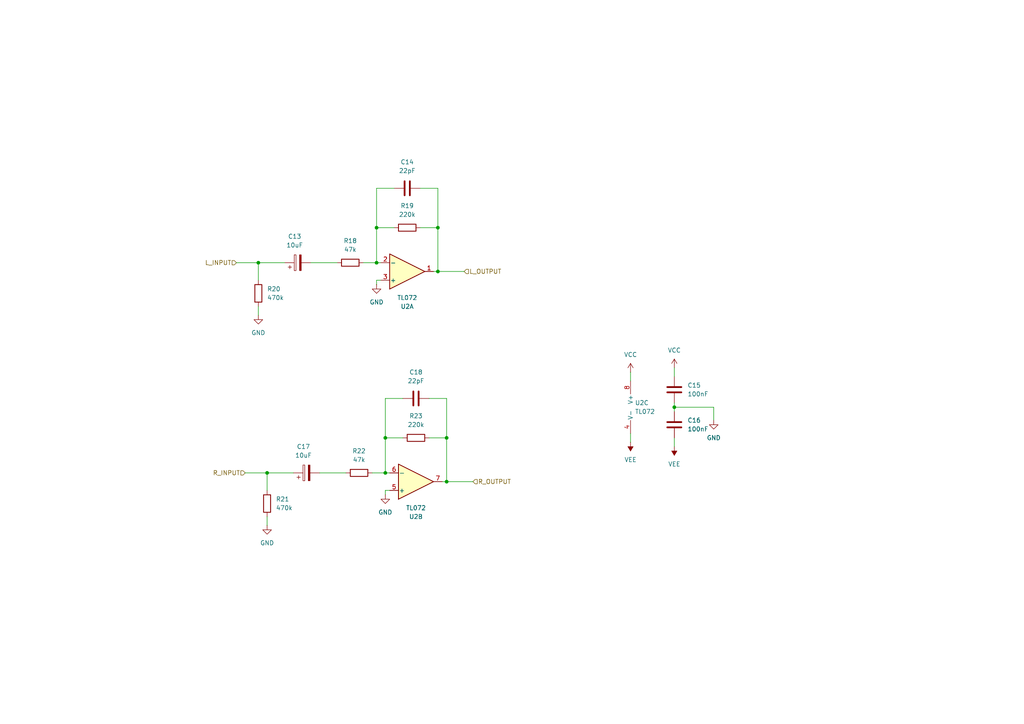
<source format=kicad_sch>
(kicad_sch (version 20231120) (generator "eeschema") (generator_version "8.0")
  (paper "A4")
  (title_block (title "BCM Mixer") (date "2024-11-17") (rev "rev01") (company "Bristol Communal Modular") (comment 2 "creativecommons.org/licenses/by/4.0/") (comment 3 "License: CC BY 4.0") (comment 4 "Author: Guy John"))
  (lib_symbols
    (symbol "Amplifier_Operational:TL072" (pin_names (offset 0.127))
      (property "Reference" "U" (at 0 5.08 0))
      (property "Value" "TL072" (at 0 -5.08 0))
      (symbol "TL072_1_1"
        (polyline (pts (xy -5.08 5.08) (xy 5.08 0) (xy -5.08 -5.08) (xy -5.08 5.08)) (stroke (width 0.254)) (fill (type background)))
        (pin output line (at 7.62 0 180) (length 2.54) (name "~") (number "1"))
        (pin input line (at -7.62 -2.54 0) (length 2.54) (name "-") (number "2"))
        (pin input line (at -7.62 2.54 0) (length 2.54) (name "+") (number "3"))
      )
      (symbol "TL072_2_1"
        (polyline (pts (xy -5.08 5.08) (xy 5.08 0) (xy -5.08 -5.08) (xy -5.08 5.08)) (stroke (width 0.254)) (fill (type background)))
        (pin input line (at -7.62 2.54 0) (length 2.54) (name "+") (number "5"))
        (pin input line (at -7.62 -2.54 0) (length 2.54) (name "-") (number "6"))
        (pin output line (at 7.62 0 180) (length 2.54) (name "~") (number "7"))
      )
      (symbol "TL072_3_1"
        (pin power_in line (at -2.54 -7.62 90) (length 3.81) (name "V-") (number "4"))
        (pin power_in line (at -2.54 7.62 270) (length 3.81) (name "V+") (number "8"))
      )
    )
    (symbol "Standard_Parts:C" (pin_numbers hide) (pin_names (offset 0.254) hide)
      (property "Reference" "C?" (at -6.35 0 90))
      (property "Value" "C" (at -3.81 0 90))
      (symbol "C_0_1"
        (polyline (pts (xy -2.032 -0.762) (xy 2.032 -0.762)) (stroke (width 0.508)))
        (polyline (pts (xy -2.032 0.762) (xy 2.032 0.762)) (stroke (width 0.508)))
      )
      (symbol "C_1_1"
        (pin passive line (at 0 3.81 270) (length 2.794) (name "~") (number "1"))
        (pin passive line (at 0 -3.81 90) (length 2.794) (name "~") (number "2"))
      )
    )
    (symbol "Standard_Parts:C_Polarized" (pin_numbers hide) (pin_names (offset 0.254) hide)
      (property "Reference" "C?" (at -6.35 0 90))
      (property "Value" "C_Polarized" (at -3.81 0 90))
      (symbol "C_Polarized_0_1"
        (rectangle (start -2.286 0.508) (end 2.286 1.016))
        (polyline (pts (xy -1.778 2.286) (xy -0.762 2.286)))
        (polyline (pts (xy -1.27 2.794) (xy -1.27 1.778)))
        (rectangle (start 2.286 -0.508) (end -2.286 -1.016) (fill (type outline)))
      )
      (symbol "C_Polarized_1_1"
        (pin passive line (at 0 3.81 270) (length 2.794) (name "~") (number "1"))
        (pin passive line (at 0 -3.81 90) (length 2.794) (name "~") (number "2"))
      )
    )
    (symbol "Standard_Parts:R" (pin_numbers hide) (pin_names (offset 0))
      (property "Reference" "R?" (at -5.08 0 90))
      (property "Value" "R" (at -2.54 0 90))
      (symbol "R_0_1"
        (rectangle (start 1.016 2.54) (end -1.016 -2.54) (stroke (width 0.254)))
      )
      (symbol "R_1_1"
        (pin passive line (at 0 -3.81 90) (length 1.27) (name "~") (number "1"))
        (pin passive line (at 0 3.81 270) (length 1.27) (name "~") (number "2"))
      )
    )
    (symbol "power:GND" (power) (pin_numbers hide) (pin_names (offset 0) hide)
      (property "Value" "GND" (at 0 -3.81 0))
      (symbol "GND_0_1"
        (polyline (pts (xy 0 0) (xy 0 -1.27) (xy 1.27 -1.27) (xy 0 -2.54) (xy -1.27 -1.27) (xy 0 -1.27)))
      )
      (symbol "GND_1_1"
        (pin power_in line (at 0 0 270) (length 0) (name "~") (number "1"))
      )
    )
    (symbol "power:VCC" (power) (pin_numbers hide) (pin_names (offset 0) hide)
      (property "Value" "VCC" (at 0 3.556 0))
      (symbol "VCC_0_1"
        (polyline (pts (xy -0.762 1.27) (xy 0 2.54)))
        (polyline (pts (xy 0 0) (xy 0 2.54)))
        (polyline (pts (xy 0 2.54) (xy 0.762 1.27)))
      )
      (symbol "VCC_1_1"
        (pin power_in line (at 0 0 90) (length 0) (name "~") (number "1"))
      )
    )
    (symbol "power:VEE" (power) (pin_numbers hide) (pin_names (offset 0) hide)
      (property "Value" "VEE" (at 0 3.556 0))
      (symbol "VEE_0_1"
        (polyline (pts (xy 0 0) (xy 0 2.54)))
        (polyline (pts (xy 0.762 1.27) (xy -0.762 1.27) (xy 0 2.54) (xy 0.762 1.27)) (fill (type outline)))
      )
      (symbol "VEE_1_1"
        (pin power_in line (at 0 0 90) (length 0) (name "~") (number "1"))
      )
    )
  )
  (junction (at 109.22 76.2))
  (junction (at 77.47 137.16))
  (junction (at 109.22 66.04))
  (junction (at 111.76 127))
  (junction (at 111.76 137.16))
  (junction (at 129.54 139.7))
  (junction (at 127 66.04))
  (junction (at 129.54 127))
  (junction (at 127 78.74))
  (junction (at 74.93 76.2))
  (junction (at 195.58 118.11))
  (wire (pts (xy 116.84 115.57) (xy 111.76 115.57)))
  (wire (pts (xy 182.88 125.73) (xy 182.88 128.27)))
  (wire (pts (xy 121.92 66.04) (xy 127 66.04)))
  (wire (pts (xy 109.22 81.28) (xy 109.22 82.55)))
  (wire (pts (xy 71.12 137.16) (xy 77.47 137.16)))
  (wire (pts (xy 195.58 116.84) (xy 195.58 118.11)))
  (wire (pts (xy 111.76 142.24) (xy 111.76 143.51)))
  (wire (pts (xy 129.54 139.7) (xy 128.27 139.7)))
  (wire (pts (xy 195.58 106.68) (xy 195.58 109.22)))
  (wire (pts (xy 77.47 149.86) (xy 77.47 152.4)))
  (wire (pts (xy 195.58 118.11) (xy 195.58 119.38)))
  (wire (pts (xy 82.55 76.2) (xy 74.93 76.2)))
  (wire (pts (xy 77.47 137.16) (xy 77.47 142.24)))
  (wire (pts (xy 207.01 118.11) (xy 195.58 118.11)))
  (wire (pts (xy 109.22 54.61) (xy 109.22 66.04)))
  (wire (pts (xy 127 54.61) (xy 127 66.04)))
  (wire (pts (xy 111.76 115.57) (xy 111.76 127)))
  (wire (pts (xy 127 78.74) (xy 125.73 78.74)))
  (wire (pts (xy 92.71 137.16) (xy 100.33 137.16)))
  (wire (pts (xy 127 66.04) (xy 127 78.74)))
  (wire (pts (xy 207.01 121.92) (xy 207.01 118.11)))
  (wire (pts (xy 129.54 139.7) (xy 137.16 139.7)))
  (wire (pts (xy 110.49 81.28) (xy 109.22 81.28)))
  (wire (pts (xy 195.58 127) (xy 195.58 129.54)))
  (wire (pts (xy 182.88 107.95) (xy 182.88 110.49)))
  (wire (pts (xy 105.41 76.2) (xy 109.22 76.2)))
  (wire (pts (xy 116.84 127) (xy 111.76 127)))
  (wire (pts (xy 111.76 127) (xy 111.76 137.16)))
  (wire (pts (xy 74.93 76.2) (xy 74.93 81.28)))
  (wire (pts (xy 121.92 54.61) (xy 127 54.61)))
  (wire (pts (xy 68.58 76.2) (xy 74.93 76.2)))
  (wire (pts (xy 113.03 142.24) (xy 111.76 142.24)))
  (wire (pts (xy 114.3 66.04) (xy 109.22 66.04)))
  (wire (pts (xy 129.54 127) (xy 129.54 139.7)))
  (wire (pts (xy 90.17 76.2) (xy 97.79 76.2)))
  (wire (pts (xy 85.09 137.16) (xy 77.47 137.16)))
  (wire (pts (xy 124.46 115.57) (xy 129.54 115.57)))
  (wire (pts (xy 114.3 54.61) (xy 109.22 54.61)))
  (wire (pts (xy 109.22 76.2) (xy 110.49 76.2)))
  (wire (pts (xy 129.54 115.57) (xy 129.54 127)))
  (wire (pts (xy 127 78.74) (xy 134.62 78.74)))
  (wire (pts (xy 109.22 66.04) (xy 109.22 76.2)))
  (wire (pts (xy 111.76 137.16) (xy 113.03 137.16)))
  (wire (pts (xy 124.46 127) (xy 129.54 127)))
  (wire (pts (xy 107.95 137.16) (xy 111.76 137.16)))
  (wire (pts (xy 74.93 88.9) (xy 74.93 91.44)))
  (hierarchical_label "R_INPUT" (shape input) (at 71.12 137.16 180))
  (hierarchical_label "L_INPUT" (shape input) (at 68.58 76.2 180))
  (hierarchical_label "R_OUTPUT" (shape input) (at 137.16 139.7 0))
  (hierarchical_label "L_OUTPUT" (shape input) (at 134.62 78.74 0))
  (symbol (lib_id "Standard_Parts:R") (at 120.65 127 90) (unit 1)
    (property "Reference" "R23" (at 120.65 120.65 90))
    (property "Value" "220k" (at 120.65 123.19 90))
    (property "Footprint" "Rumblesan_Standard_Parts:R_Axial_DIN0207_L6.3mm_D2.5mm_P10.16mm_Horizontal" (effects (hide yes)))
    (property "Description" "Resistor" (effects (hide yes)))
    (property "Tolerance" "1%" (effects (hide yes)))
    (property "Power" "0.5W" (effects (hide yes)))
    (property "Spec" "metal film" (effects (hide yes)))
  )
  (symbol (lib_id "power:GND") (at 111.76 143.51 0) (unit 1)
    (property "Reference" "#PWR032" (effects (hide yes)))
    (property "Value" "GND" (at 111.76 148.59 0))
    (property "Description" "Power symbol creates a global label with name \"GND\" , ground" (effects (hide yes)))
  )
  (symbol (lib_id "Standard_Parts:R") (at 74.93 85.09 180) (unit 1)
    (property "Reference" "R20" (at 77.47 83.8199 0) (effects (justify right)))
    (property "Value" "470k" (at 77.47 86.3599 0) (effects (justify right)))
    (property "Footprint" "Rumblesan_Standard_Parts:R_Axial_DIN0207_L6.3mm_D2.5mm_P10.16mm_Horizontal" (effects (hide yes)))
    (property "Description" "Resistor" (effects (hide yes)))
    (property "Tolerance" "1%" (effects (hide yes)))
    (property "Power" "0.5W" (effects (hide yes)))
    (property "Spec" "metal film" (effects (hide yes)))
  )
  (symbol (lib_id "Standard_Parts:C_Polarized") (at 86.36 76.2 90) (unit 1)
    (property "Reference" "C13" (at 85.471 68.58 90))
    (property "Value" "10uF" (at 85.471 71.12 90))
    (property "Footprint" "Capacitor_THT:CP_Radial_D5.0mm_P2.00mm" (effects (hide yes)))
    (property "Description" "Polarized capacitor" (effects (hide yes)))
    (property "Spec" "electrolytic" (effects (hide yes)))
    (property "Tolerance" "20%" (effects (hide yes)))
    (property "Voltage" "50v" (effects (hide yes)))
  )
  (symbol (lib_id "Standard_Parts:C") (at 118.11 54.61 90) (unit 1)
    (property "Reference" "C14" (at 118.11 46.99 90))
    (property "Value" "22pF" (at 118.11 49.53 90))
    (property "Footprint" "Rumblesan_Standard_Parts:C_Rect_L7.0mm_W2.5mm_P5.00mm" (effects (hide yes)))
    (property "Description" "Unpolarized capacitor" (effects (hide yes)))
    (property "Spec" "ceramic C0G" (effects (hide yes)))
    (property "Tolerance" "5%" (effects (hide yes)))
  )
  (symbol (lib_id "Standard_Parts:R") (at 101.6 76.2 90) (unit 1)
    (property "Reference" "R18" (at 101.6 69.85 90))
    (property "Value" "47k" (at 101.6 72.39 90))
    (property "Footprint" "Rumblesan_Standard_Parts:R_Axial_DIN0207_L6.3mm_D2.5mm_P10.16mm_Horizontal" (effects (hide yes)))
    (property "Description" "Resistor" (effects (hide yes)))
    (property "Tolerance" "1%" (effects (hide yes)))
    (property "Power" "0.5W" (effects (hide yes)))
    (property "Spec" "metal film" (effects (hide yes)))
  )
  (symbol (lib_id "power:VCC") (at 182.88 107.95 0) (unit 1)
    (property "Reference" "#PWR026" (effects (hide yes)))
    (property "Value" "VCC" (at 182.88 102.87 0))
    (property "Description" "Power symbol creates a global label with name \"VCC\"" (effects (hide yes)))
  )
  (symbol (lib_id "Standard_Parts:R") (at 77.47 146.05 180) (unit 1)
    (property "Reference" "R21" (at 80.01 144.7799 0) (effects (justify right)))
    (property "Value" "470k" (at 80.01 147.3199 0) (effects (justify right)))
    (property "Footprint" "Rumblesan_Standard_Parts:R_Axial_DIN0207_L6.3mm_D2.5mm_P10.16mm_Horizontal" (effects (hide yes)))
    (property "Description" "Resistor" (effects (hide yes)))
    (property "Tolerance" "1%" (effects (hide yes)))
    (property "Power" "0.5W" (effects (hide yes)))
    (property "Spec" "metal film" (effects (hide yes)))
  )
  (symbol (lib_id "Standard_Parts:C") (at 195.58 123.19 180) (unit 1)
    (property "Reference" "C16" (at 199.39 121.9199 0) (effects (justify right)))
    (property "Value" "100nF" (at 199.39 124.4599 0) (effects (justify right)))
    (property "Footprint" "Rumblesan_Standard_Parts:C_Rect_L7.0mm_W2.5mm_P5.00mm" (effects (hide yes)))
    (property "Description" "Unpolarized capacitor" (effects (hide yes)))
    (property "Spec" "ceramic X7R" (effects (hide yes)))
    (property "Tolerance" "5%" (effects (hide yes)))
  )
  (symbol (lib_id "Standard_Parts:R") (at 104.14 137.16 90) (unit 1)
    (property "Reference" "R22" (at 104.14 130.81 90))
    (property "Value" "47k" (at 104.14 133.35 90))
    (property "Footprint" "Rumblesan_Standard_Parts:R_Axial_DIN0207_L6.3mm_D2.5mm_P10.16mm_Horizontal" (effects (hide yes)))
    (property "Description" "Resistor" (effects (hide yes)))
    (property "Tolerance" "1%" (effects (hide yes)))
    (property "Power" "0.5W" (effects (hide yes)))
    (property "Spec" "metal film" (effects (hide yes)))
  )
  (symbol (lib_id "power:VCC") (at 195.58 106.68 0) (unit 1)
    (property "Reference" "#PWR029" (effects (hide yes)))
    (property "Value" "VCC" (at 195.58 101.6 0))
    (property "Description" "Power symbol creates a global label with name \"VCC\"" (effects (hide yes)))
  )
  (symbol (lib_id "power:VEE") (at 195.58 129.54 180) (unit 1)
    (property "Reference" "#PWR028" (effects (hide yes)))
    (property "Value" "VEE" (at 195.58 134.62 0))
    (property "Description" "Power symbol creates a global label with name \"VEE\"" (effects (hide yes)))
  )
  (symbol (lib_id "Amplifier_Operational:TL072") (at 185.42 118.11 0) (unit 3)
    (property "Reference" "U2" (at 184.15 116.8399 0) (effects (justify left)))
    (property "Value" "TL072" (at 184.15 119.3799 0) (effects (justify left)))
    (property "Footprint" "Package_DIP:DIP-8_W7.62mm_Socket" (effects (hide yes)))
    (property "Datasheet" "http://www.ti.com/lit/ds/symlink/tl071.pdf" (effects (hide yes)))
    (property "Description" "Dual Low-Noise JFET-Input Operational Amplifiers, DIP-8/SOIC-8" (effects (hide yes)))
  )
  (symbol (lib_id "Amplifier_Operational:TL072") (at 118.11 78.74 0) (mirror x) (unit 1)
    (property "Reference" "U2" (at 118.11 88.9 0))
    (property "Value" "TL072" (at 118.11 86.36 0))
    (property "Footprint" "Package_DIP:DIP-8_W7.62mm_Socket" (effects (hide yes)))
    (property "Datasheet" "http://www.ti.com/lit/ds/symlink/tl071.pdf" (effects (hide yes)))
    (property "Description" "Dual Low-Noise JFET-Input Operational Amplifiers, DIP-8/SOIC-8" (effects (hide yes)))
  )
  (symbol (lib_id "Standard_Parts:C") (at 195.58 113.03 180) (unit 1)
    (property "Reference" "C15" (at 199.39 111.7599 0) (effects (justify right)))
    (property "Value" "100nF" (at 199.39 114.2999 0) (effects (justify right)))
    (property "Footprint" "Rumblesan_Standard_Parts:C_Rect_L7.0mm_W2.5mm_P5.00mm" (effects (hide yes)))
    (property "Description" "Unpolarized capacitor" (effects (hide yes)))
    (property "Spec" "ceramic X7R" (effects (hide yes)))
    (property "Tolerance" "5%" (effects (hide yes)))
  )
  (symbol (lib_id "power:GND") (at 109.22 82.55 0) (unit 1)
    (property "Reference" "#PWR024" (effects (hide yes)))
    (property "Value" "GND" (at 109.22 87.63 0))
    (property "Description" "Power symbol creates a global label with name \"GND\" , ground" (effects (hide yes)))
  )
  (symbol (lib_id "Amplifier_Operational:TL072") (at 120.65 139.7 0) (mirror x) (unit 2)
    (property "Reference" "U2" (at 120.65 149.86 0))
    (property "Value" "TL072" (at 120.65 147.32 0))
    (property "Footprint" "Package_DIP:DIP-8_W7.62mm_Socket" (effects (hide yes)))
    (property "Datasheet" "http://www.ti.com/lit/ds/symlink/tl071.pdf" (effects (hide yes)))
    (property "Description" "Dual Low-Noise JFET-Input Operational Amplifiers, DIP-8/SOIC-8" (effects (hide yes)))
  )
  (symbol (lib_id "power:GND") (at 207.01 121.92 0) (unit 1)
    (property "Reference" "#PWR030" (effects (hide yes)))
    (property "Value" "GND" (at 207.01 127 0))
    (property "Description" "Power symbol creates a global label with name \"GND\" , ground" (effects (hide yes)))
  )
  (symbol (lib_id "Standard_Parts:C_Polarized") (at 88.9 137.16 90) (unit 1)
    (property "Reference" "C17" (at 88.011 129.54 90))
    (property "Value" "10uF" (at 88.011 132.08 90))
    (property "Footprint" "Capacitor_THT:CP_Radial_D5.0mm_P2.00mm" (effects (hide yes)))
    (property "Description" "Polarized capacitor" (effects (hide yes)))
    (property "Spec" "electrolytic" (effects (hide yes)))
    (property "Tolerance" "20%" (effects (hide yes)))
    (property "Voltage" "50v" (effects (hide yes)))
  )
  (symbol (lib_id "power:GND") (at 77.47 152.4 0) (unit 1)
    (property "Reference" "#PWR031" (effects (hide yes)))
    (property "Value" "GND" (at 77.47 157.48 0))
    (property "Description" "Power symbol creates a global label with name \"GND\" , ground" (effects (hide yes)))
  )
  (symbol (lib_id "power:VEE") (at 182.88 128.27 180) (unit 1)
    (property "Reference" "#PWR027" (effects (hide yes)))
    (property "Value" "VEE" (at 182.88 133.35 0))
    (property "Description" "Power symbol creates a global label with name \"VEE\"" (effects (hide yes)))
  )
  (symbol (lib_id "Standard_Parts:C") (at 120.65 115.57 90) (unit 1)
    (property "Reference" "C18" (at 120.65 107.95 90))
    (property "Value" "22pF" (at 120.65 110.49 90))
    (property "Footprint" "Rumblesan_Standard_Parts:C_Rect_L7.0mm_W2.5mm_P5.00mm" (effects (hide yes)))
    (property "Description" "Unpolarized capacitor" (effects (hide yes)))
    (property "Spec" "ceramic C0G" (effects (hide yes)))
    (property "Tolerance" "5%" (effects (hide yes)))
  )
  (symbol (lib_id "Standard_Parts:R") (at 118.11 66.04 90) (unit 1)
    (property "Reference" "R19" (at 118.11 59.69 90))
    (property "Value" "220k" (at 118.11 62.23 90))
    (property "Footprint" "Rumblesan_Standard_Parts:R_Axial_DIN0207_L6.3mm_D2.5mm_P10.16mm_Horizontal" (effects (hide yes)))
    (property "Description" "Resistor" (effects (hide yes)))
    (property "Tolerance" "1%" (effects (hide yes)))
    (property "Power" "0.5W" (effects (hide yes)))
    (property "Spec" "metal film" (effects (hide yes)))
  )
  (symbol (lib_id "power:GND") (at 74.93 91.44 0) (unit 1)
    (property "Reference" "#PWR025" (effects (hide yes)))
    (property "Value" "GND" (at 74.93 96.52 0))
    (property "Description" "Power symbol creates a global label with name \"GND\" , ground" (effects (hide yes)))
  )
)
</source>
